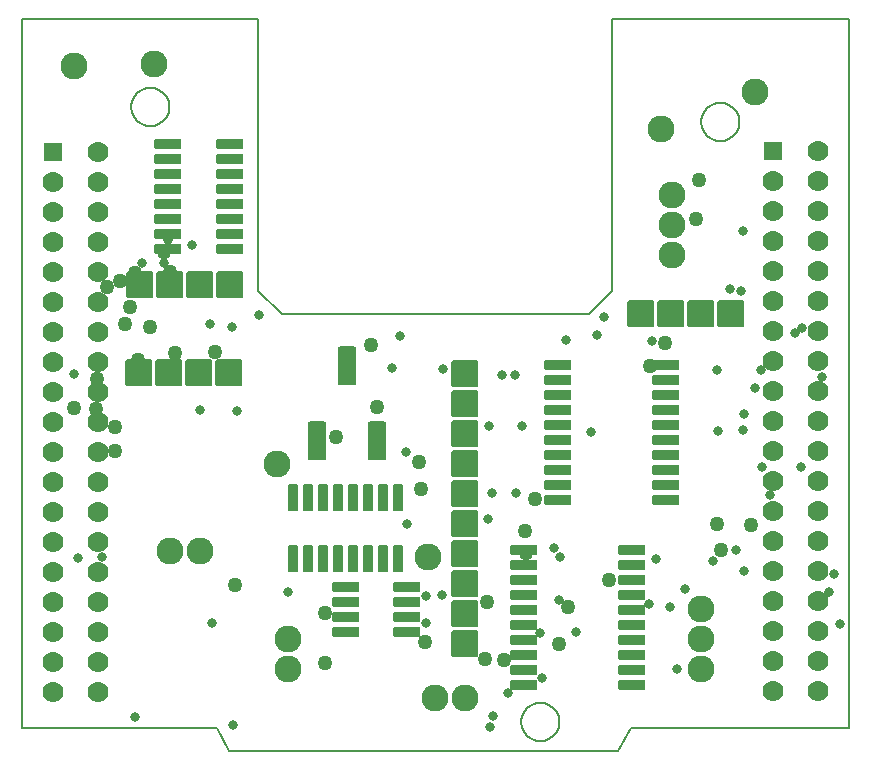
<source format=gbr>
G04 PROTEUS GERBER X2 FILE*
%TF.GenerationSoftware,Labcenter,Proteus,8.12-SP2-Build31155*%
%TF.CreationDate,2024-12-03T23:36:33+00:00*%
%TF.FileFunction,Soldermask,Top*%
%TF.FilePolarity,Negative*%
%TF.Part,Single*%
%TF.SameCoordinates,{80aaee04-2193-4ab7-8769-78595995fdec}*%
%FSLAX45Y45*%
%MOMM*%
G01*
%TA.AperFunction,Material*%
%ADD27C,1.270000*%
%ADD28C,0.812800*%
%AMPPAD021*
4,1,36,
0.762000,-0.635000,
0.762000,0.635000,
0.759470,0.660970,
0.752200,0.684980,
0.740650,0.706580,
0.725290,0.725290,
0.706570,0.740650,
0.684980,0.752200,
0.660970,0.759470,
0.635000,0.762000,
-0.635000,0.762000,
-0.660970,0.759470,
-0.684980,0.752200,
-0.706570,0.740650,
-0.725290,0.725290,
-0.740650,0.706580,
-0.752200,0.684980,
-0.759470,0.660970,
-0.762000,0.635000,
-0.762000,-0.635000,
-0.759470,-0.660970,
-0.752200,-0.684980,
-0.740650,-0.706580,
-0.725290,-0.725290,
-0.706570,-0.740650,
-0.684980,-0.752200,
-0.660970,-0.759470,
-0.635000,-0.762000,
0.635000,-0.762000,
0.660970,-0.759470,
0.684980,-0.752200,
0.706570,-0.740650,
0.725290,-0.725290,
0.740650,-0.706580,
0.752200,-0.684980,
0.759470,-0.660970,
0.762000,-0.635000,
0*%
%TA.AperFunction,Material*%
%ADD29PPAD021*%
%ADD72C,1.778000*%
%AMPPAD023*
4,1,36,
1.016000,-1.143000,
-1.016000,-1.143000,
-1.041970,-1.140470,
-1.065980,-1.133200,
-1.087580,-1.121650,
-1.106290,-1.106290,
-1.121650,-1.087570,
-1.133200,-1.065980,
-1.140470,-1.041970,
-1.143000,-1.016000,
-1.143000,1.016000,
-1.140470,1.041970,
-1.133200,1.065980,
-1.121650,1.087570,
-1.106290,1.106290,
-1.087580,1.121650,
-1.065980,1.133200,
-1.041970,1.140470,
-1.016000,1.143000,
1.016000,1.143000,
1.041970,1.140470,
1.065980,1.133200,
1.087580,1.121650,
1.106290,1.106290,
1.121650,1.087570,
1.133200,1.065980,
1.140470,1.041970,
1.143000,1.016000,
1.143000,-1.016000,
1.140470,-1.041970,
1.133200,-1.065980,
1.121650,-1.087570,
1.106290,-1.106290,
1.087580,-1.121650,
1.065980,-1.133200,
1.041970,-1.140470,
1.016000,-1.143000,
0*%
%TA.AperFunction,Material*%
%ADD73PPAD023*%
%AMPPAD024*
4,1,36,
1.143000,1.016000,
1.143000,-1.016000,
1.140470,-1.041970,
1.133200,-1.065980,
1.121650,-1.087580,
1.106290,-1.106290,
1.087570,-1.121650,
1.065980,-1.133200,
1.041970,-1.140470,
1.016000,-1.143000,
-1.016000,-1.143000,
-1.041970,-1.140470,
-1.065980,-1.133200,
-1.087570,-1.121650,
-1.106290,-1.106290,
-1.121650,-1.087580,
-1.133200,-1.065980,
-1.140470,-1.041970,
-1.143000,-1.016000,
-1.143000,1.016000,
-1.140470,1.041970,
-1.133200,1.065980,
-1.121650,1.087580,
-1.106290,1.106290,
-1.087570,1.121650,
-1.065980,1.133200,
-1.041970,1.140470,
-1.016000,1.143000,
1.016000,1.143000,
1.041970,1.140470,
1.065980,1.133200,
1.087570,1.121650,
1.106290,1.106290,
1.121650,1.087580,
1.133200,1.065980,
1.140470,1.041970,
1.143000,1.016000,
0*%
%TA.AperFunction,Material*%
%ADD30PPAD024*%
%TA.AperFunction,Material*%
%ADD31C,2.286000*%
%AMPPAD026*
4,1,36,
1.143000,0.317500,
1.143000,-0.317500,
1.140470,-0.343470,
1.133200,-0.367480,
1.121650,-0.389080,
1.106290,-0.407790,
1.087570,-0.423150,
1.065980,-0.434700,
1.041970,-0.441970,
1.016000,-0.444500,
-1.016000,-0.444500,
-1.041970,-0.441970,
-1.065980,-0.434700,
-1.087570,-0.423150,
-1.106290,-0.407790,
-1.121650,-0.389080,
-1.133200,-0.367480,
-1.140470,-0.343470,
-1.143000,-0.317500,
-1.143000,0.317500,
-1.140470,0.343470,
-1.133200,0.367480,
-1.121650,0.389080,
-1.106290,0.407790,
-1.087570,0.423150,
-1.065980,0.434700,
-1.041970,0.441970,
-1.016000,0.444500,
1.016000,0.444500,
1.041970,0.441970,
1.065980,0.434700,
1.087570,0.423150,
1.106290,0.407790,
1.121650,0.389080,
1.133200,0.367480,
1.140470,0.343470,
1.143000,0.317500,
0*%
%TA.AperFunction,Material*%
%ADD32PPAD026*%
%AMPPAD027*
4,1,36,
-0.317500,1.143000,
0.317500,1.143000,
0.343470,1.140470,
0.367480,1.133200,
0.389080,1.121650,
0.407790,1.106290,
0.423150,1.087570,
0.434700,1.065980,
0.441970,1.041970,
0.444500,1.016000,
0.444500,-1.016000,
0.441970,-1.041970,
0.434700,-1.065980,
0.423150,-1.087570,
0.407790,-1.106290,
0.389080,-1.121650,
0.367480,-1.133200,
0.343470,-1.140470,
0.317500,-1.143000,
-0.317500,-1.143000,
-0.343470,-1.140470,
-0.367480,-1.133200,
-0.389080,-1.121650,
-0.407790,-1.106290,
-0.423150,-1.087570,
-0.434700,-1.065980,
-0.441970,-1.041970,
-0.444500,-1.016000,
-0.444500,1.016000,
-0.441970,1.041970,
-0.434700,1.065980,
-0.423150,1.087570,
-0.407790,1.106290,
-0.389080,1.121650,
-0.367480,1.133200,
-0.343470,1.140470,
-0.317500,1.143000,
0*%
%TA.AperFunction,Material*%
%ADD33PPAD027*%
%AMPPAD028*
4,1,36,
-0.635000,1.651000,
0.635000,1.651000,
0.660970,1.648470,
0.684980,1.641200,
0.706580,1.629650,
0.725290,1.614290,
0.740650,1.595570,
0.752200,1.573980,
0.759470,1.549970,
0.762000,1.524000,
0.762000,-1.524000,
0.759470,-1.549970,
0.752200,-1.573980,
0.740650,-1.595570,
0.725290,-1.614290,
0.706580,-1.629650,
0.684980,-1.641200,
0.660970,-1.648470,
0.635000,-1.651000,
-0.635000,-1.651000,
-0.660970,-1.648470,
-0.684980,-1.641200,
-0.706580,-1.629650,
-0.725290,-1.614290,
-0.740650,-1.595570,
-0.752200,-1.573980,
-0.759470,-1.549970,
-0.762000,-1.524000,
-0.762000,1.524000,
-0.759470,1.549970,
-0.752200,1.573980,
-0.740650,1.595570,
-0.725290,1.614290,
-0.706580,1.629650,
-0.684980,1.641200,
-0.660970,1.648470,
-0.635000,1.651000,
0*%
%TA.AperFunction,Material*%
%ADD34PPAD028*%
%TA.AperFunction,Profile*%
%ADD71C,0.203200*%
%TD.AperFunction*%
D27*
X+789693Y+2343385D03*
X+784147Y+2543036D03*
D28*
X+1198753Y+3933364D03*
X+1014599Y+3931705D03*
X+1237162Y+4130388D03*
X+1440000Y+4090000D03*
D27*
X+1205776Y+4027002D03*
X+1252449Y+3856307D03*
D28*
X+1591667Y+3415719D03*
X+1777934Y+3393142D03*
X+1507000Y+2690408D03*
X+1820000Y+2680000D03*
X+680000Y+1450000D03*
X+476888Y+1440164D03*
X+3424240Y+1113763D03*
X+3554133Y+1125052D03*
X+6926426Y+880000D03*
X+3424249Y+886105D03*
X+6835107Y+1145748D03*
X+6878710Y+1303793D03*
X+4543274Y+1079978D03*
X+5550000Y+500000D03*
X+4505817Y+1518657D03*
X+6113914Y+1331140D03*
D27*
X+4080057Y+578003D03*
X+3919246Y+581817D03*
X+5914579Y+1501298D03*
X+5884069Y+1722146D03*
D28*
X+5490481Y+1026892D03*
X+5610616Y+1175631D03*
X+6045390Y+1501711D03*
X+5307418Y+1049775D03*
X+5364625Y+1427342D03*
X+5850886Y+1415900D03*
X+4559114Y+1445673D03*
X+4607125Y+3285856D03*
X+4923906Y+3481684D03*
X+5338598Y+3274337D03*
X+4067221Y+2990000D03*
X+4173801Y+2988029D03*
X+3946414Y+1764494D03*
X+4821474Y+2504035D03*
X+3977390Y+1989067D03*
X+4182603Y+1989067D03*
X+3958030Y+2558243D03*
X+4235877Y+2554371D03*
D27*
X+5317384Y+3063736D03*
X+5445549Y+3255983D03*
D28*
X+6102566Y+2518038D03*
X+6113735Y+2657569D03*
X+5893384Y+2510249D03*
X+5885604Y+3032348D03*
X+6255130Y+3032348D03*
X+6210000Y+2880000D03*
X+6266799Y+2211613D03*
X+6600000Y+2210000D03*
X+6330000Y+1969523D03*
X+6542970Y+3339637D03*
X+6772465Y+2974001D03*
X+6601316Y+3386314D03*
D27*
X+3365613Y+2254080D03*
X+3381196Y+2024234D03*
X+830000Y+3780000D03*
X+870000Y+3420000D03*
X+917575Y+3562425D03*
X+721160Y+3731160D03*
X+3005709Y+2717114D03*
X+956482Y+3853054D03*
X+1085833Y+3389429D03*
X+4969806Y+1253850D03*
X+636635Y+2953376D03*
X+1295154Y+3176454D03*
X+1636172Y+3182161D03*
X+2567655Y+552887D03*
X+2567655Y+975951D03*
X+1807223Y+1207528D03*
X+3941541Y+1066256D03*
X+4255121Y+1662059D03*
X+4345276Y+1936440D03*
X+2957683Y+3237798D03*
X+3413378Y+726584D03*
X+2656009Y+2463916D03*
X+440000Y+2710000D03*
X+626927Y+2699996D03*
X+978975Y+3109858D03*
X+4620377Y+1026401D03*
X+4549076Y+705610D03*
X+4267131Y+1477231D03*
X+6170923Y+1716666D03*
D28*
X+5996374Y+3713260D03*
X+4870587Y+3327143D03*
X+3248585Y+2336264D03*
X+3264092Y+1722198D03*
D27*
X+5730000Y+4640000D03*
X+5708072Y+4306734D03*
D28*
X+6107519Y+4205339D03*
X+6088422Y+3700587D03*
X+2004762Y+3494244D03*
X+3199266Y+3313056D03*
X+3130000Y+3050000D03*
X+3561643Y+3037917D03*
X+444081Y+2993140D03*
X+3990000Y+100000D03*
X+955604Y+89386D03*
X+4690383Y+812586D03*
X+4385797Y+799953D03*
X+4405728Y+425747D03*
X+4119100Y+295913D03*
X+3959331Y+6331D03*
X+1790731Y+25947D03*
X+1608838Y+886688D03*
X+2250000Y+1150000D03*
D29*
X+260000Y+4876000D03*
D72*
X+641000Y+4876000D03*
X+260000Y+4622000D03*
X+641000Y+4622000D03*
X+260000Y+4368000D03*
X+641000Y+4368000D03*
X+260000Y+4114000D03*
X+641000Y+4114000D03*
X+260000Y+3860000D03*
X+641000Y+3860000D03*
X+260000Y+3606000D03*
X+641000Y+3606000D03*
X+260000Y+3352000D03*
X+641000Y+3352000D03*
X+260000Y+3098000D03*
X+641000Y+3098000D03*
X+260000Y+2844000D03*
X+641000Y+2844000D03*
X+260000Y+2590000D03*
X+641000Y+2590000D03*
X+260000Y+2336000D03*
X+641000Y+2336000D03*
X+260000Y+2082000D03*
X+641000Y+2082000D03*
X+260000Y+1828000D03*
X+641000Y+1828000D03*
X+260000Y+1574000D03*
X+641000Y+1574000D03*
X+260000Y+1320000D03*
X+641000Y+1320000D03*
X+260000Y+1066000D03*
X+641000Y+1066000D03*
X+260000Y+812000D03*
X+641000Y+812000D03*
X+260000Y+558000D03*
X+641000Y+558000D03*
X+260000Y+304000D03*
X+641000Y+304000D03*
D29*
X+6356000Y+4880000D03*
D72*
X+6737000Y+4880000D03*
X+6356000Y+4626000D03*
X+6737000Y+4626000D03*
X+6356000Y+4372000D03*
X+6737000Y+4372000D03*
X+6356000Y+4118000D03*
X+6737000Y+4118000D03*
X+6356000Y+3864000D03*
X+6737000Y+3864000D03*
X+6356000Y+3610000D03*
X+6737000Y+3610000D03*
X+6356000Y+3356000D03*
X+6737000Y+3356000D03*
X+6356000Y+3102000D03*
X+6737000Y+3102000D03*
X+6356000Y+2848000D03*
X+6737000Y+2848000D03*
X+6356000Y+2594000D03*
X+6737000Y+2594000D03*
X+6356000Y+2340000D03*
X+6737000Y+2340000D03*
X+6356000Y+2086000D03*
X+6737000Y+2086000D03*
X+6356000Y+1832000D03*
X+6737000Y+1832000D03*
X+6356000Y+1578000D03*
X+6737000Y+1578000D03*
X+6356000Y+1324000D03*
X+6737000Y+1324000D03*
X+6356000Y+1070000D03*
X+6737000Y+1070000D03*
X+6356000Y+816000D03*
X+6737000Y+816000D03*
X+6356000Y+562000D03*
X+6737000Y+562000D03*
X+6356000Y+308000D03*
X+6737000Y+308000D03*
D73*
X+6004000Y+3500000D03*
X+5750000Y+3500000D03*
X+5496000Y+3500000D03*
X+5242000Y+3500000D03*
D30*
X+3750000Y+2996000D03*
X+3750000Y+2742000D03*
X+3750000Y+2488000D03*
X+3750000Y+2234000D03*
X+3750000Y+1980000D03*
X+3750000Y+1726000D03*
X+3750000Y+1472000D03*
X+3750000Y+1218000D03*
X+3750000Y+964000D03*
X+3750000Y+710000D03*
D31*
X+1250000Y+1500000D03*
X+1504000Y+1500000D03*
D73*
X+996000Y+3750000D03*
X+1250000Y+3750000D03*
X+1504000Y+3750000D03*
X+1758000Y+3750000D03*
X+1750000Y+3000000D03*
X+1496000Y+3000000D03*
X+1242000Y+3000000D03*
X+988000Y+3000000D03*
D31*
X+5500000Y+4508000D03*
X+5500000Y+4254000D03*
X+5500000Y+4000000D03*
X+3750000Y+250000D03*
X+3496000Y+250000D03*
X+2254000Y+500000D03*
X+2254000Y+754000D03*
D32*
X+5457200Y+1928500D03*
X+5457200Y+2055500D03*
X+5457200Y+2182500D03*
X+5457200Y+2309500D03*
X+5457200Y+2436500D03*
X+5457200Y+2563500D03*
X+5457200Y+2690500D03*
X+5457200Y+2817500D03*
X+5457200Y+2944500D03*
X+5457200Y+3071500D03*
X+4542800Y+3071500D03*
X+4542800Y+2944500D03*
X+4542800Y+2817500D03*
X+4542800Y+2690500D03*
X+4542800Y+2563500D03*
X+4542800Y+2436500D03*
X+4542800Y+2309500D03*
X+4542800Y+2182500D03*
X+4542800Y+2055500D03*
X+4542800Y+1928500D03*
X+1239650Y+4944500D03*
X+1239650Y+4817500D03*
X+1239650Y+4690500D03*
X+1239650Y+4563500D03*
X+1239650Y+4436500D03*
X+1239650Y+4309500D03*
X+1239650Y+4182500D03*
X+1239650Y+4055500D03*
X+1760350Y+4055500D03*
X+1760350Y+4182500D03*
X+1760350Y+4309500D03*
X+1760350Y+4436500D03*
X+1760350Y+4563500D03*
X+1760350Y+4690500D03*
X+1760350Y+4817500D03*
X+1760350Y+4944500D03*
X+2739650Y+1190500D03*
X+2739650Y+1063500D03*
X+2739650Y+936500D03*
X+2739650Y+809500D03*
X+3260350Y+809500D03*
X+3260350Y+936500D03*
X+3260350Y+1063500D03*
X+3260350Y+1190500D03*
D33*
X+3184150Y+1946850D03*
X+3057150Y+1946850D03*
X+2930150Y+1946850D03*
X+2803150Y+1946850D03*
X+2676150Y+1946850D03*
X+2549150Y+1946850D03*
X+2422150Y+1946850D03*
X+2295150Y+1946850D03*
X+2295150Y+1426150D03*
X+2422150Y+1426150D03*
X+2549150Y+1426150D03*
X+2676150Y+1426150D03*
X+2803150Y+1426150D03*
X+2930150Y+1426150D03*
X+3057150Y+1426150D03*
X+3184150Y+1426150D03*
D32*
X+4250000Y+1504000D03*
X+4250000Y+1377000D03*
X+4250000Y+1250000D03*
X+4250000Y+1123000D03*
X+4250000Y+996000D03*
X+4250000Y+869000D03*
X+4250000Y+742000D03*
X+4250000Y+615000D03*
X+4250000Y+488000D03*
X+4250000Y+361000D03*
X+5164400Y+361000D03*
X+5164400Y+488000D03*
X+5164400Y+615000D03*
X+5164400Y+742000D03*
X+5164400Y+869000D03*
X+5164400Y+996000D03*
X+5164400Y+1123000D03*
X+5164400Y+1250000D03*
X+5164400Y+1377000D03*
X+5164400Y+1504000D03*
D31*
X+5750000Y+500000D03*
X+5750000Y+754000D03*
X+5750000Y+1008000D03*
D34*
X+2496000Y+2432500D03*
X+3004000Y+2432500D03*
X+2750000Y+3067500D03*
D31*
X+3440000Y+1450000D03*
X+2160000Y+2230000D03*
X+5410000Y+5070000D03*
X+6210000Y+5380000D03*
X+1120000Y+5620000D03*
X+440000Y+5600000D03*
D71*
X+0Y+0D02*
X+1650000Y+0D01*
X+7000000Y+0D02*
X+7000000Y+6000000D01*
X+5000000Y+6000000D01*
X+5000000Y+3700000D01*
X+4800000Y+3500000D01*
X+2200000Y+3500000D01*
X+2000000Y+3700000D02*
X+2000000Y+6000000D01*
X+0Y+6000000D01*
X+0Y+0D01*
X+2000000Y+3700000D02*
X+2200000Y+3500000D01*
X+5160000Y+0D02*
X+7000000Y+0D01*
X+1750000Y-200000D02*
X+5050000Y-200000D01*
X+1650000Y+0D02*
X+1750000Y-200000D01*
X+5160000Y+0D02*
X+5050000Y-200000D01*
X+4550045Y+50000D02*
X+4549508Y+63142D01*
X+4545144Y+89427D01*
X+4536029Y+115712D01*
X+4521182Y+141997D01*
X+4498470Y+168118D01*
X+4472185Y+187898D01*
X+4445900Y+200658D01*
X+4419615Y+208108D01*
X+4393330Y+210987D01*
X+4389000Y+211045D01*
X+4227955Y+50000D02*
X+4228492Y+63142D01*
X+4232856Y+89427D01*
X+4241971Y+115712D01*
X+4256818Y+141997D01*
X+4279530Y+168118D01*
X+4305815Y+187898D01*
X+4332100Y+200658D01*
X+4358385Y+208108D01*
X+4384670Y+210987D01*
X+4389000Y+211045D01*
X+4227955Y+50000D02*
X+4228492Y+36858D01*
X+4232856Y+10573D01*
X+4241971Y-15712D01*
X+4256818Y-41997D01*
X+4279530Y-68118D01*
X+4305815Y-87898D01*
X+4332100Y-100658D01*
X+4358385Y-108108D01*
X+4384670Y-110987D01*
X+4389000Y-111045D01*
X+4550045Y+50000D02*
X+4549508Y+36858D01*
X+4545144Y+10573D01*
X+4536029Y-15712D01*
X+4521182Y-41997D01*
X+4498470Y-68118D01*
X+4472185Y-87898D01*
X+4445900Y-100658D01*
X+4419615Y-108108D01*
X+4393330Y-110987D01*
X+4389000Y-111045D01*
X+6074045Y+5130000D02*
X+6073508Y+5143142D01*
X+6069144Y+5169427D01*
X+6060029Y+5195712D01*
X+6045182Y+5221997D01*
X+6022470Y+5248118D01*
X+5996185Y+5267898D01*
X+5969900Y+5280658D01*
X+5943615Y+5288108D01*
X+5917330Y+5290987D01*
X+5913000Y+5291045D01*
X+5751955Y+5130000D02*
X+5752492Y+5143142D01*
X+5756856Y+5169427D01*
X+5765971Y+5195712D01*
X+5780818Y+5221997D01*
X+5803530Y+5248118D01*
X+5829815Y+5267898D01*
X+5856100Y+5280658D01*
X+5882385Y+5288108D01*
X+5908670Y+5290987D01*
X+5913000Y+5291045D01*
X+5751955Y+5130000D02*
X+5752492Y+5116858D01*
X+5756856Y+5090573D01*
X+5765971Y+5064288D01*
X+5780818Y+5038003D01*
X+5803530Y+5011882D01*
X+5829815Y+4992102D01*
X+5856100Y+4979342D01*
X+5882385Y+4971892D01*
X+5908670Y+4969013D01*
X+5913000Y+4968955D01*
X+6074045Y+5130000D02*
X+6073508Y+5116858D01*
X+6069144Y+5090573D01*
X+6060029Y+5064288D01*
X+6045182Y+5038003D01*
X+6022470Y+5011882D01*
X+5996185Y+4992102D01*
X+5969900Y+4979342D01*
X+5943615Y+4971892D01*
X+5917330Y+4969013D01*
X+5913000Y+4968955D01*
X+1248045Y+5257000D02*
X+1247508Y+5270142D01*
X+1243144Y+5296427D01*
X+1234029Y+5322712D01*
X+1219182Y+5348997D01*
X+1196470Y+5375118D01*
X+1170185Y+5394898D01*
X+1143900Y+5407658D01*
X+1117615Y+5415108D01*
X+1091330Y+5417987D01*
X+1087000Y+5418045D01*
X+925955Y+5257000D02*
X+926492Y+5270142D01*
X+930856Y+5296427D01*
X+939971Y+5322712D01*
X+954818Y+5348997D01*
X+977530Y+5375118D01*
X+1003815Y+5394898D01*
X+1030100Y+5407658D01*
X+1056385Y+5415108D01*
X+1082670Y+5417987D01*
X+1087000Y+5418045D01*
X+925955Y+5257000D02*
X+926492Y+5243858D01*
X+930856Y+5217573D01*
X+939971Y+5191288D01*
X+954818Y+5165003D01*
X+977530Y+5138882D01*
X+1003815Y+5119102D01*
X+1030100Y+5106342D01*
X+1056385Y+5098892D01*
X+1082670Y+5096013D01*
X+1087000Y+5095955D01*
X+1248045Y+5257000D02*
X+1247508Y+5243858D01*
X+1243144Y+5217573D01*
X+1234029Y+5191288D01*
X+1219182Y+5165003D01*
X+1196470Y+5138882D01*
X+1170185Y+5119102D01*
X+1143900Y+5106342D01*
X+1117615Y+5098892D01*
X+1091330Y+5096013D01*
X+1087000Y+5095955D01*
M02*

</source>
